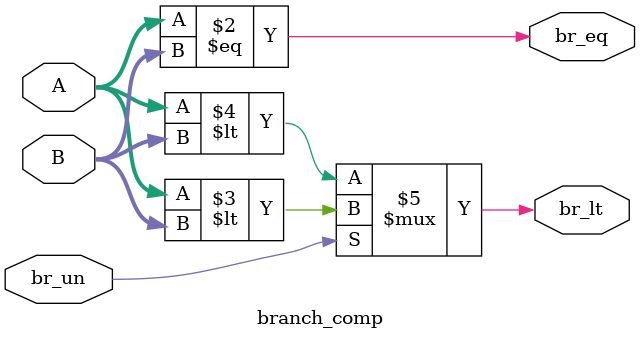
<source format=v>
module branch_comp (
    br_eq,
    br_lt,
    
    br_un,
    A,
    B
);
    output  reg         br_eq   ;
    output  reg         br_lt   ;

    input       br_un           ;
    input       [31:0]  A       ;
    input       [31:0]  B       ;

    always @* begin
        br_eq = (A == B);
        br_lt = br_un ? (A < B) : ($signed(A) < $signed(B));
    end


endmodule
</source>
